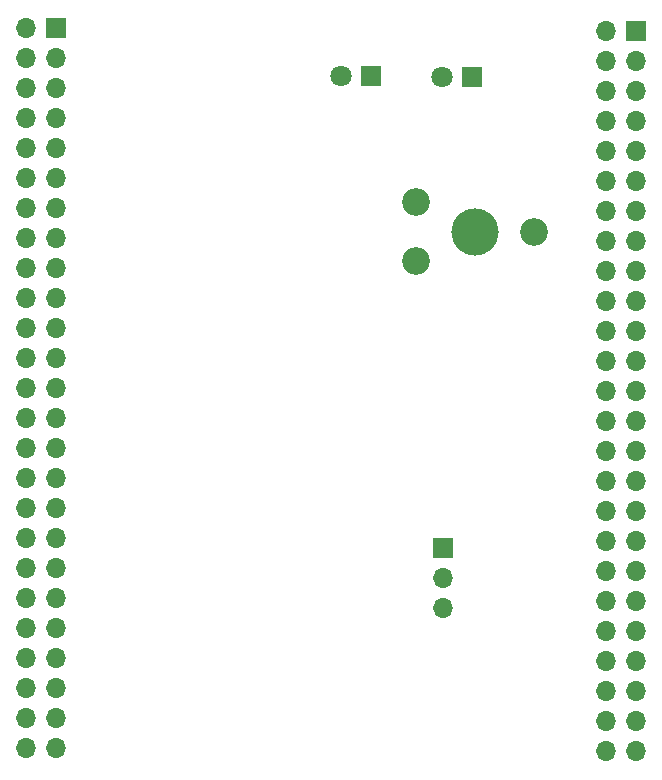
<source format=gbr>
%TF.GenerationSoftware,KiCad,Pcbnew,(7.0.0)*%
%TF.CreationDate,2023-06-01T09:50:49-06:00*%
%TF.ProjectId,Final_Project,46696e61-6c5f-4507-926f-6a6563742e6b,rev?*%
%TF.SameCoordinates,Original*%
%TF.FileFunction,Soldermask,Bot*%
%TF.FilePolarity,Negative*%
%FSLAX46Y46*%
G04 Gerber Fmt 4.6, Leading zero omitted, Abs format (unit mm)*
G04 Created by KiCad (PCBNEW (7.0.0)) date 2023-06-01 09:50:49*
%MOMM*%
%LPD*%
G01*
G04 APERTURE LIST*
%ADD10R,1.700000X1.700000*%
%ADD11O,1.700000X1.700000*%
%ADD12R,1.800000X1.800000*%
%ADD13C,1.800000*%
%ADD14C,4.000000*%
%ADD15C,2.340000*%
G04 APERTURE END LIST*
D10*
%TO.C,J2*%
X86334599Y-29184599D03*
D11*
X83794599Y-29184599D03*
X86334599Y-31724599D03*
X83794599Y-31724599D03*
X86334599Y-34264599D03*
X83794599Y-34264599D03*
X86334599Y-36804599D03*
X83794599Y-36804599D03*
X86334599Y-39344599D03*
X83794599Y-39344599D03*
X86334599Y-41884599D03*
X83794599Y-41884599D03*
X86334599Y-44424599D03*
X83794599Y-44424599D03*
X86334599Y-46964599D03*
X83794599Y-46964599D03*
X86334599Y-49504599D03*
X83794599Y-49504599D03*
X86334599Y-52044599D03*
X83794599Y-52044599D03*
X86334599Y-54584599D03*
X83794599Y-54584599D03*
X86334599Y-57124599D03*
X83794599Y-57124599D03*
X86334599Y-59664599D03*
X83794599Y-59664599D03*
X86334599Y-62204599D03*
X83794599Y-62204599D03*
X86334599Y-64744599D03*
X83794599Y-64744599D03*
X86334599Y-67284599D03*
X83794599Y-67284599D03*
X86334599Y-69824599D03*
X83794599Y-69824599D03*
X86334599Y-72364599D03*
X83794599Y-72364599D03*
X86334599Y-74904599D03*
X83794599Y-74904599D03*
X86334599Y-77444599D03*
X83794599Y-77444599D03*
X86334599Y-79984599D03*
X83794599Y-79984599D03*
X86334599Y-82524599D03*
X83794599Y-82524599D03*
X86334599Y-85064599D03*
X83794599Y-85064599D03*
X86334599Y-87604599D03*
X83794599Y-87604599D03*
X86334599Y-90144599D03*
X83794599Y-90144599D03*
%TD*%
D12*
%TO.C,D4*%
X72441999Y-33013399D03*
D13*
X69902000Y-33013400D03*
%TD*%
D10*
%TO.C,J4*%
X69947799Y-72963399D03*
D11*
X69947799Y-75503399D03*
X69947799Y-78043399D03*
%TD*%
D14*
%TO.C,RV1*%
X72640200Y-46141000D03*
D15*
X67640200Y-48641000D03*
X77640200Y-46141000D03*
X67640200Y-43641000D03*
%TD*%
D12*
%TO.C,D2*%
X63907599Y-32962599D03*
D13*
X61367600Y-32962600D03*
%TD*%
D10*
%TO.C,J1*%
X37181799Y-28894399D03*
D11*
X34641799Y-28894399D03*
X37181799Y-31434399D03*
X34641799Y-31434399D03*
X37181799Y-33974399D03*
X34641799Y-33974399D03*
X37181799Y-36514399D03*
X34641799Y-36514399D03*
X37181799Y-39054399D03*
X34641799Y-39054399D03*
X37181799Y-41594399D03*
X34641799Y-41594399D03*
X37181799Y-44134399D03*
X34641799Y-44134399D03*
X37181799Y-46674399D03*
X34641799Y-46674399D03*
X37181799Y-49214399D03*
X34641799Y-49214399D03*
X37181799Y-51754399D03*
X34641799Y-51754399D03*
X37181799Y-54294399D03*
X34641799Y-54294399D03*
X37181799Y-56834399D03*
X34641799Y-56834399D03*
X37181799Y-59374399D03*
X34641799Y-59374399D03*
X37181799Y-61914399D03*
X34641799Y-61914399D03*
X37181799Y-64454399D03*
X34641799Y-64454399D03*
X37181799Y-66994399D03*
X34641799Y-66994399D03*
X37181799Y-69534399D03*
X34641799Y-69534399D03*
X37181799Y-72074399D03*
X34641799Y-72074399D03*
X37181799Y-74614399D03*
X34641799Y-74614399D03*
X37181799Y-77154399D03*
X34641799Y-77154399D03*
X37181799Y-79694399D03*
X34641799Y-79694399D03*
X37181799Y-82234399D03*
X34641799Y-82234399D03*
X37181799Y-84774399D03*
X34641799Y-84774399D03*
X37181799Y-87314399D03*
X34641799Y-87314399D03*
X37181799Y-89854399D03*
X34641799Y-89854399D03*
%TD*%
M02*

</source>
